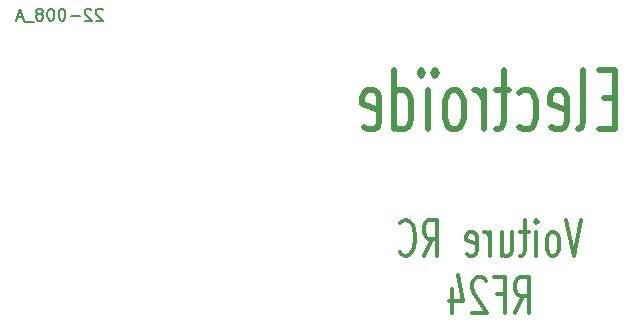
<source format=gbr>
%TF.GenerationSoftware,KiCad,Pcbnew,(6.0.11)*%
%TF.CreationDate,2023-08-09T22:56:24+02:00*%
%TF.ProjectId,Voiture_RC,566f6974-7572-4655-9f52-432e6b696361,rev?*%
%TF.SameCoordinates,Original*%
%TF.FileFunction,Legend,Bot*%
%TF.FilePolarity,Positive*%
%FSLAX46Y46*%
G04 Gerber Fmt 4.6, Leading zero omitted, Abs format (unit mm)*
G04 Created by KiCad (PCBNEW (6.0.11)) date 2023-08-09 22:56:24*
%MOMM*%
%LPD*%
G01*
G04 APERTURE LIST*
%ADD10C,0.500000*%
%ADD11C,0.150000*%
%ADD12C,0.300000*%
G04 APERTURE END LIST*
D10*
X185042857Y-115242857D02*
X184042857Y-115242857D01*
X183614285Y-117861904D02*
X185042857Y-117861904D01*
X185042857Y-112861904D01*
X183614285Y-112861904D01*
X181900000Y-117861904D02*
X182185714Y-117623809D01*
X182328571Y-117147619D01*
X182328571Y-112861904D01*
X179614285Y-117623809D02*
X179900000Y-117861904D01*
X180471428Y-117861904D01*
X180757142Y-117623809D01*
X180900000Y-117147619D01*
X180900000Y-115242857D01*
X180757142Y-114766666D01*
X180471428Y-114528571D01*
X179900000Y-114528571D01*
X179614285Y-114766666D01*
X179471428Y-115242857D01*
X179471428Y-115719047D01*
X180900000Y-116195238D01*
X176900000Y-117623809D02*
X177185714Y-117861904D01*
X177757142Y-117861904D01*
X178042857Y-117623809D01*
X178185714Y-117385714D01*
X178328571Y-116909523D01*
X178328571Y-115480952D01*
X178185714Y-115004761D01*
X178042857Y-114766666D01*
X177757142Y-114528571D01*
X177185714Y-114528571D01*
X176900000Y-114766666D01*
X176042857Y-114528571D02*
X174900000Y-114528571D01*
X175614285Y-112861904D02*
X175614285Y-117147619D01*
X175471428Y-117623809D01*
X175185714Y-117861904D01*
X174900000Y-117861904D01*
X173900000Y-117861904D02*
X173900000Y-114528571D01*
X173900000Y-115480952D02*
X173757142Y-115004761D01*
X173614285Y-114766666D01*
X173328571Y-114528571D01*
X173042857Y-114528571D01*
X171614285Y-117861904D02*
X171900000Y-117623809D01*
X172042857Y-117385714D01*
X172185714Y-116909523D01*
X172185714Y-115480952D01*
X172042857Y-115004761D01*
X171900000Y-114766666D01*
X171614285Y-114528571D01*
X171185714Y-114528571D01*
X170900000Y-114766666D01*
X170757142Y-115004761D01*
X170614285Y-115480952D01*
X170614285Y-116909523D01*
X170757142Y-117385714D01*
X170900000Y-117623809D01*
X171185714Y-117861904D01*
X171614285Y-117861904D01*
X169757142Y-112861904D02*
X169614285Y-113100000D01*
X169757142Y-113338095D01*
X169900000Y-113100000D01*
X169757142Y-112861904D01*
X169757142Y-113338095D01*
X168614285Y-112861904D02*
X168471428Y-113100000D01*
X168614285Y-113338095D01*
X168757142Y-113100000D01*
X168614285Y-112861904D01*
X168614285Y-113338095D01*
X169185714Y-117861904D02*
X169185714Y-114528571D01*
X166328571Y-117861904D02*
X166328571Y-112861904D01*
X166328571Y-117623809D02*
X166614285Y-117861904D01*
X167185714Y-117861904D01*
X167471428Y-117623809D01*
X167614285Y-117385714D01*
X167757142Y-116909523D01*
X167757142Y-115480952D01*
X167614285Y-115004761D01*
X167471428Y-114766666D01*
X167185714Y-114528571D01*
X166614285Y-114528571D01*
X166328571Y-114766666D01*
X163757142Y-117623809D02*
X164042857Y-117861904D01*
X164614285Y-117861904D01*
X164900000Y-117623809D01*
X165042857Y-117147619D01*
X165042857Y-115242857D01*
X164900000Y-114766666D01*
X164614285Y-114528571D01*
X164042857Y-114528571D01*
X163757142Y-114766666D01*
X163614285Y-115242857D01*
X163614285Y-115719047D01*
X165042857Y-116195238D01*
D11*
X141619047Y-107747619D02*
X141571428Y-107700000D01*
X141476190Y-107652380D01*
X141238095Y-107652380D01*
X141142857Y-107700000D01*
X141095238Y-107747619D01*
X141047619Y-107842857D01*
X141047619Y-107938095D01*
X141095238Y-108080952D01*
X141666666Y-108652380D01*
X141047619Y-108652380D01*
X140666666Y-107747619D02*
X140619047Y-107700000D01*
X140523809Y-107652380D01*
X140285714Y-107652380D01*
X140190476Y-107700000D01*
X140142857Y-107747619D01*
X140095238Y-107842857D01*
X140095238Y-107938095D01*
X140142857Y-108080952D01*
X140714285Y-108652380D01*
X140095238Y-108652380D01*
X139666666Y-108271428D02*
X138904761Y-108271428D01*
X138238095Y-107652380D02*
X138142857Y-107652380D01*
X138047619Y-107700000D01*
X138000000Y-107747619D01*
X137952380Y-107842857D01*
X137904761Y-108033333D01*
X137904761Y-108271428D01*
X137952380Y-108461904D01*
X138000000Y-108557142D01*
X138047619Y-108604761D01*
X138142857Y-108652380D01*
X138238095Y-108652380D01*
X138333333Y-108604761D01*
X138380952Y-108557142D01*
X138428571Y-108461904D01*
X138476190Y-108271428D01*
X138476190Y-108033333D01*
X138428571Y-107842857D01*
X138380952Y-107747619D01*
X138333333Y-107700000D01*
X138238095Y-107652380D01*
X137285714Y-107652380D02*
X137190476Y-107652380D01*
X137095238Y-107700000D01*
X137047619Y-107747619D01*
X137000000Y-107842857D01*
X136952380Y-108033333D01*
X136952380Y-108271428D01*
X137000000Y-108461904D01*
X137047619Y-108557142D01*
X137095238Y-108604761D01*
X137190476Y-108652380D01*
X137285714Y-108652380D01*
X137380952Y-108604761D01*
X137428571Y-108557142D01*
X137476190Y-108461904D01*
X137523809Y-108271428D01*
X137523809Y-108033333D01*
X137476190Y-107842857D01*
X137428571Y-107747619D01*
X137380952Y-107700000D01*
X137285714Y-107652380D01*
X136380952Y-108080952D02*
X136476190Y-108033333D01*
X136523809Y-107985714D01*
X136571428Y-107890476D01*
X136571428Y-107842857D01*
X136523809Y-107747619D01*
X136476190Y-107700000D01*
X136380952Y-107652380D01*
X136190476Y-107652380D01*
X136095238Y-107700000D01*
X136047619Y-107747619D01*
X136000000Y-107842857D01*
X136000000Y-107890476D01*
X136047619Y-107985714D01*
X136095238Y-108033333D01*
X136190476Y-108080952D01*
X136380952Y-108080952D01*
X136476190Y-108128571D01*
X136523809Y-108176190D01*
X136571428Y-108271428D01*
X136571428Y-108461904D01*
X136523809Y-108557142D01*
X136476190Y-108604761D01*
X136380952Y-108652380D01*
X136190476Y-108652380D01*
X136095238Y-108604761D01*
X136047619Y-108557142D01*
X136000000Y-108461904D01*
X136000000Y-108271428D01*
X136047619Y-108176190D01*
X136095238Y-108128571D01*
X136190476Y-108080952D01*
X135809523Y-108747619D02*
X135047619Y-108747619D01*
X134857142Y-108366666D02*
X134380952Y-108366666D01*
X134952380Y-108652380D02*
X134619047Y-107652380D01*
X134285714Y-108652380D01*
D12*
X182161904Y-125542142D02*
X181495238Y-128542142D01*
X180828571Y-125542142D01*
X179876190Y-128542142D02*
X180066666Y-128399285D01*
X180161904Y-128256428D01*
X180257142Y-127970714D01*
X180257142Y-127113571D01*
X180161904Y-126827857D01*
X180066666Y-126685000D01*
X179876190Y-126542142D01*
X179590476Y-126542142D01*
X179400000Y-126685000D01*
X179304761Y-126827857D01*
X179209523Y-127113571D01*
X179209523Y-127970714D01*
X179304761Y-128256428D01*
X179400000Y-128399285D01*
X179590476Y-128542142D01*
X179876190Y-128542142D01*
X178352380Y-128542142D02*
X178352380Y-126542142D01*
X178352380Y-125542142D02*
X178447619Y-125685000D01*
X178352380Y-125827857D01*
X178257142Y-125685000D01*
X178352380Y-125542142D01*
X178352380Y-125827857D01*
X177685714Y-126542142D02*
X176923809Y-126542142D01*
X177400000Y-125542142D02*
X177400000Y-128113571D01*
X177304761Y-128399285D01*
X177114285Y-128542142D01*
X176923809Y-128542142D01*
X175400000Y-126542142D02*
X175400000Y-128542142D01*
X176257142Y-126542142D02*
X176257142Y-128113571D01*
X176161904Y-128399285D01*
X175971428Y-128542142D01*
X175685714Y-128542142D01*
X175495238Y-128399285D01*
X175400000Y-128256428D01*
X174447619Y-128542142D02*
X174447619Y-126542142D01*
X174447619Y-127113571D02*
X174352380Y-126827857D01*
X174257142Y-126685000D01*
X174066666Y-126542142D01*
X173876190Y-126542142D01*
X172447619Y-128399285D02*
X172638095Y-128542142D01*
X173019047Y-128542142D01*
X173209523Y-128399285D01*
X173304761Y-128113571D01*
X173304761Y-126970714D01*
X173209523Y-126685000D01*
X173019047Y-126542142D01*
X172638095Y-126542142D01*
X172447619Y-126685000D01*
X172352380Y-126970714D01*
X172352380Y-127256428D01*
X173304761Y-127542142D01*
X168828571Y-128542142D02*
X169495238Y-127113571D01*
X169971428Y-128542142D02*
X169971428Y-125542142D01*
X169209523Y-125542142D01*
X169019047Y-125685000D01*
X168923809Y-125827857D01*
X168828571Y-126113571D01*
X168828571Y-126542142D01*
X168923809Y-126827857D01*
X169019047Y-126970714D01*
X169209523Y-127113571D01*
X169971428Y-127113571D01*
X166828571Y-128256428D02*
X166923809Y-128399285D01*
X167209523Y-128542142D01*
X167400000Y-128542142D01*
X167685714Y-128399285D01*
X167876190Y-128113571D01*
X167971428Y-127827857D01*
X168066666Y-127256428D01*
X168066666Y-126827857D01*
X167971428Y-126256428D01*
X167876190Y-125970714D01*
X167685714Y-125685000D01*
X167400000Y-125542142D01*
X167209523Y-125542142D01*
X166923809Y-125685000D01*
X166828571Y-125827857D01*
X176542857Y-133372142D02*
X177209523Y-131943571D01*
X177685714Y-133372142D02*
X177685714Y-130372142D01*
X176923809Y-130372142D01*
X176733333Y-130515000D01*
X176638095Y-130657857D01*
X176542857Y-130943571D01*
X176542857Y-131372142D01*
X176638095Y-131657857D01*
X176733333Y-131800714D01*
X176923809Y-131943571D01*
X177685714Y-131943571D01*
X175019047Y-131800714D02*
X175685714Y-131800714D01*
X175685714Y-133372142D02*
X175685714Y-130372142D01*
X174733333Y-130372142D01*
X174066666Y-130657857D02*
X173971428Y-130515000D01*
X173780952Y-130372142D01*
X173304761Y-130372142D01*
X173114285Y-130515000D01*
X173019047Y-130657857D01*
X172923809Y-130943571D01*
X172923809Y-131229285D01*
X173019047Y-131657857D01*
X174161904Y-133372142D01*
X172923809Y-133372142D01*
X171209523Y-131372142D02*
X171209523Y-133372142D01*
X171685714Y-130229285D02*
X172161904Y-132372142D01*
X170923809Y-132372142D01*
M02*

</source>
